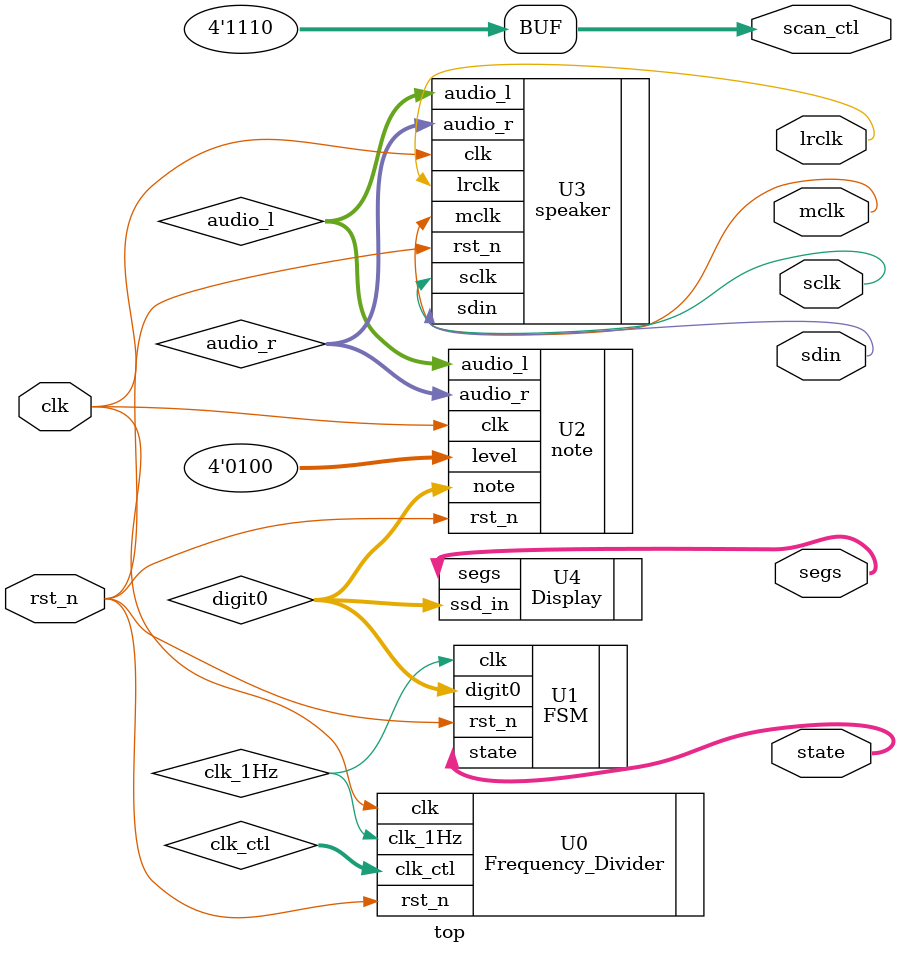
<source format=v>
`timescale 1ns / 1ps


module top(
    input clk,
    input rst_n,
    output mclk,
    output lrclk,
    output sclk,
    output sdin,
    output [3:0]scan_ctl,
    output [7:0] segs,
    output [3:0] state
    );
    
    wire clk_1Hz;
    wire [1:0] clk_ctl;
    wire [3:0]digit0;
    wire [15:0] audio_l,audio_r;
    
    assign scan_ctl = 4'b1110;
    
    
 Frequency_Divider U0(
      .clk_1Hz(clk_1Hz),
      .clk_ctl(clk_ctl), 
      .clk(clk), 
      .rst_n(rst_n) 
    );    
    
 FSM U1(
      .state(state),  
      .digit0(digit0),
      .clk(clk_1Hz), 
      .rst_n(rst_n)  
    );    
    
 note U2(
         .audio_l(audio_l),
         .audio_r(audio_r),
         .note(digit0),
         .level(4'd4),
         .clk(clk),
         .rst_n(rst_n)
        );    
        
 speaker U3(
            .mclk (mclk), //
            .lrclk(lrclk), // right_left clk
            .sclk(sclk),//serial clk
            .sdin(sdin), 
            .audio_l(audio_l),
            .audio_r(audio_r), 
            .clk(clk),
            .rst_n(rst_n)
            );        

Display U4(
    .ssd_in(digit0),
    .segs(segs)
    );
                
endmodule

</source>
